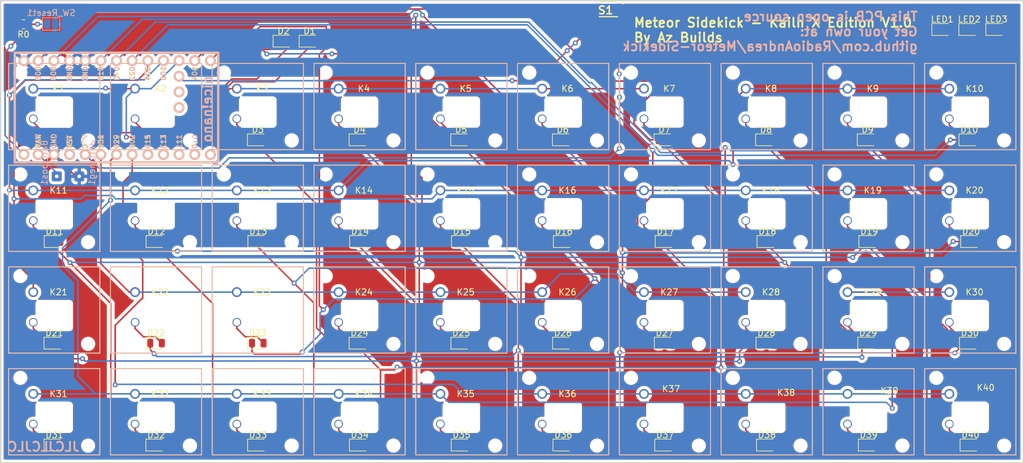
<source format=kicad_pcb>
(kicad_pcb (version 20211014) (generator pcbnew)
  (title_block (title "Meteor Sidekick") (date "2022-11-04") (rev "A") (company "Az Builts") (comment 1 "Ultra-thin wireless keyboard for large smartphones"))
  (layers (0 "F.Cu" signal) (31 "B.Cu" signal) (34 "B.Paste" user) (35 "F.Paste" user) (36 "B.SilkS" user "B.Silkscreen") (37 "F.SilkS" user "F.Silkscreen") (38 "B.Mask" user) (39 "F.Mask" user) (44 "Edge.Cuts" user))
  (net 0 "")
  (net 1 "/col_0")
  (net 2 "Net-(D1-Pad2)")
  (net 3 "Net-(D2-Pad2)")
  (net 4 "Net-(D3-Pad2)")
  (net 5 "Net-(D4-Pad2)")
  (net 6 "Net-(D5-Pad2)")
  (net 7 "/col_1")
  (net 8 "Net-(D7-Pad2)")
  (net 9 "Net-(D8-Pad2)")
  (net 10 "Net-(D9-Pad2)")
  (net 11 "Net-(D10-Pad2)")
  (net 12 "/col_2")
  (net 13 "Net-(D11-Pad2)")
  (net 14 "Net-(D13-Pad2)")
  (net 15 "Net-(D14-Pad2)")
  (net 16 "Net-(D15-Pad2)")
  (net 17 "/col_3")
  (net 18 "Net-(D16-Pad2)")
  (net 19 "Net-(D17-Pad2)")
  (net 20 "Net-(D19-Pad2)")
  (net 21 "Net-(D20-Pad2)")
  (net 22 "/col_4")
  (net 23 "Net-(D21-Pad2)")
  (net 24 "Net-(D22-Pad2)")
  (net 25 "Net-(D23-Pad2)")
  (net 26 "Net-(D25-Pad2)")
  (net 27 "/col_5")
  (net 28 "Net-(D26-Pad2)")
  (net 29 "Net-(D27-Pad2)")
  (net 30 "Net-(D28-Pad2)")
  (net 31 "Net-(D29-Pad2)")
  (net 32 "Net-(D30-Pad2)")
  (net 33 "/col_6")
  (net 34 "Net-(D32-Pad2)")
  (net 35 "Net-(D33-Pad2)")
  (net 36 "Net-(D34-Pad2)")
  (net 37 "Net-(D35-Pad2)")
  (net 38 "/GND")
  (net 39 "Net-(D36-Pad2)")
  (net 40 "Net-(D38-Pad2)")
  (net 41 "Net-(D39-Pad2)")
  (net 42 "Net-(D40-Pad2)")
  (net 43 "/row_4")
  (net 44 "/row_5")
  (net 45 "/row_0")
  (net 46 "/row_1")
  (net 47 "/row_2")
  (net 48 "/row_3")
  (net 49 "/RESET")
  (net 50 "/3.3V")
  (net 51 "/Batt +")
  (net 52 "/LED1")
  (net 53 "/LED2")
  (net 54 "/LED3")
  (net 55 "Net-(D6-Pad2)")
  (net 56 "Net-(D37-Pad2)")
  (net 57 "Net-(D31-Pad2)")
  (net 58 "Net-(D24-Pad2)")
  (net 59 "Net-(D18-Pad2)")
  (net 60 "Net-(D12-Pad2)")
  (net 62 "/SIDE_SWITCH")
  (footprint "Az-custom-parts:Kailh-PG1425-X-Switch" (layer "F.Cu") (at 49.07 84.268224)
    (fp_text reference "K32")
    (fp_text value "KEYSW")
  )
  (footprint "Diode_SMD:D_0805_2012Metric" (layer "F.Cu") (at 29.21 59.545)
    (fp_text reference "D11")
    (fp_text value "D")
  )
  (footprint "Diode_SMD:D_0805_2012Metric" (layer "F.Cu") (at 70.5825 27.03)
    (fp_text reference "D1")
    (fp_text value "D")
  )
  (footprint "Az-custom-parts:Kailh-PG1425-X-Switch" (layer "F.Cu") (at 164.702216 67.756612)
    (fp_text reference "K29")
    (fp_text value "KEYSW")
  )
  (footprint "Diode_SMD:D_0805_2012Metric" (layer "F.Cu") (at 95.2637 92.575)
    (fp_text reference "D35")
    (fp_text value "D")
  )
  (footprint "Diode_SMD:D_0805_2012Metric" (layer "F.Cu") (at 66.36 27.025)
    (fp_text reference "D2")
    (fp_text value "D")
  )
  (footprint "Diode_SMD:D_0805_2012Metric" (layer "F.Cu") (at 161.249256 76.035)
    (fp_text reference "D29")
    (fp_text value "D")
  )
  (footprint "Diode_SMD:D_0805_2012Metric" (layer "F.Cu") (at 62.2 43.035)
    (fp_text reference "D3")
    (fp_text value "D")
  )
  (footprint "Az-custom-parts:Kailh-PG1425-X-Switch" (layer "F.Cu") (at 98.626664 34.733388)
    (fp_text reference "K5")
    (fp_text value "KEYSW")
  )
  (footprint "Diode_SMD:D_0805_2012Metric" (layer "F.Cu") (at 95.209628 76.035)
    (fp_text reference "D25")
    (fp_text value "D")
  )
  (footprint "Az-custom-parts:Kailh-PG1425-X-Switch" (layer "F.Cu") (at 181.221104 51.245)
    (fp_text reference "K20")
    (fp_text value "KEYSW")
  )
  (footprint "Diode_SMD:D_0805_2012Metric" (layer "F.Cu") (at 144.818975 92.575)
    (fp_text reference "D38")
    (fp_text value "D")
  )
  (footprint "Diode_SMD:D_0805_2012Metric" (layer "F.Cu") (at 78.694642 43.035)
    (fp_text reference "D4")
    (fp_text value "D")
  )
  (footprint "Az-custom-parts:Kailh-PG1425-X-Switch" (layer "F.Cu") (at 65.588888 67.756612)
    (fp_text reference "K23")
    (fp_text value "KEYSW")
  )
  (footprint "Az-custom-parts:Kailh-PG1425-X-Switch" (layer "F.Cu") (at 131.66444 34.733388)
    (fp_text reference "K7")
    (fp_text value "KEYSW")
  )
  (footprint "Diode_SMD:D_0805_2012Metric" (layer "F.Cu") (at 128.30055 92.575)
    (fp_text reference "D37")
    (fp_text value "D")
  )
  (footprint "Az-custom-parts:Kailh-PG1425-X-Switch" (layer "F.Cu") (at 82.107776 51.245)
    (fp_text reference "K14")
    (fp_text value "KEYSW")
  )
  (footprint "Az-custom-parts:Kailh-PG1425-X-Switch" (layer "F.Cu") (at 115.145552 84.268224)
    (fp_text reference "K36")
    (fp_text value "KEYSW")
  )
  (footprint "Diode_SMD:D_0805_2012Metric" (layer "F.Cu") (at 45.679907 76.035)
    (fp_text reference "D22")
    (fp_text value "D")
  )
  (footprint "Diode_SMD:D_0805_2012Metric" (layer "F.Cu") (at 95.189284 43.035)
    (fp_text reference "D5")
    (fp_text value "D")
  )
  (footprint "Resistor_SMD:R_0805_2012Metric" (layer "F.Cu") (at 24.1575 24.285 180)
    (fp_text reference "R0")
    (fp_text value "R")
  )
  (footprint "Diode_SMD:D_0805_2012Metric" (layer "F.Cu") (at 78.790832 59.545)
    (fp_text reference "D14")
    (fp_text value "D")
  )
  (footprint "Az-custom-parts:Kailh-PG1425-X-Switch" (layer "F.Cu") (at 131.66444 51.245)
    (fp_text reference "K17")
    (fp_text value "KEYSW")
  )
  (footprint "Az-custom-parts:Kailh-PG1425-X-Switch" (layer "F.Cu") (at 49.07 34.733388)
    (fp_text reference "K2")
    (fp_text value "KEYSW")
  )
  (footprint "Az-custom-parts:Kailh-PG1425-X-Switch" (layer "F.Cu") (at 148.183328 34.733388)
    (fp_text reference "K8")
    (fp_text value "KEYSW")
  )
  (footprint "Az-custom-parts:Kailh-PG1425-X-Switch" (layer "F.Cu") (at 181.221104 67.756612)
    (fp_text reference "K30")
    (fp_text value "KEYSW")
  )
  (footprint "Diode_SMD:D_0805_2012Metric" (layer "F.Cu") (at 95.317776 59.545)
    (fp_text reference "D15")
    (fp_text value "D")
  )
  (footprint "Az-custom-parts:Kailh-PG1425-X-Switch" (layer "F.Cu") (at 181.221104 84.268224)
    (fp_text reference "K40")
    (fp_text value "KEYSW")
  )
  (footprint "Az-custom-parts:Kailh-PG1425-X-Switch" (layer "F.Cu") (at 32.551112 67.756612)
    (fp_text reference "K21")
    (fp_text value "KEYSW")
  )
  (footprint "Az-custom-parts:Kailh-PG1425-X-Switch" (layer "F.Cu") (at 82.107776 67.756612)
    (fp_text reference "K24")
    (fp_text value "KEYSW")
  )
  (footprint "Diode_SMD:D_0805_2012Metric" (layer "F.Cu") (at 111.683926 43.035)
    (fp_text reference "D6")
    (fp_text value "D")
  )
  (footprint "Az-custom-parts:Kailh-PG1425-X-Switch" (layer "F.Cu") (at 148.183328 84.268224)
    (fp_text reference "K38")
    (fp_text value "KEYSW")
  )
  (footprint "LED_SMD:LED_0805_2012Metric" (layer "F.Cu") (at 173.27 25.125)
    (fp_text reference "LED1")
    (fp_text value "LED")
  )
  (footprint "Diode_SMD:D_0805_2012Metric" (layer "F.Cu") (at 111.719535 76.035)
    (fp_text reference "D26")
    (fp_text value "D")
  )
  (footprint "Diode_SMD:D_0805_2012Metric" (layer "F.Cu") (at 144.67321 43.035)
    (fp_text reference "D8")
    (fp_text value "D")
  )
  (footprint "Diode_SMD:D_0805_2012Metric" (layer "F.Cu") (at 128.178568 43.035)
    (fp_text reference "D7")
    (fp_text value "D")
  )
  (footprint "Az-custom-parts:Kailh-PG1425-X-Switch" (layer "F.Cu") (at 164.702216 51.245)
    (fp_text reference "K19")
    (fp_text value "KEYSW")
  )
  (footprint "Az-custom-parts:Kailh-PG1425-X-Switch" (layer "F.Cu") (at 82.107776 34.733388)
    (fp_text reference "K4")
    (fp_text value "KEYSW")
  )
  (footprint "Diode_SMD:D_0805_2012Metric" (layer "F.Cu") (at 161.425552 59.545)
    (fp_text reference "D19")
    (fp_text value "D")
  )
  (footprint "Diode_SMD:D_0805_2012Metric" (layer "F.Cu") (at 177.855832 92.575)
    (fp_text reference "D40")
    (fp_text value "D")
  )
  (footprint "Az-custom-parts:Kailh-PG1425-X-Switch" (layer "F.Cu") (at 49.07 51.245)
    (fp_text reference "K12")
    (fp_text value "KEYSW")
  )
  (footprint "Diode_SMD:D_0805_2012Metric" (layer "F.Cu") (at 29.19 92.575)
    (fp_text reference "D31")
    (fp_text value "D")
  )
  (footprint "Diode_SMD:D_0805_2012Metric" (layer "F.Cu") (at 62.189814 76.035)
    (fp_text reference "D23")
    (fp_text value "D")
  )
  (footprint "Az-custom-parts:Kailh-PG1425-X-Switch" (layer "F.Cu") (at 65.588888 84.268224)
    (fp_text reference "K33")
    (fp_text value "KEYSW")
  )
  (footprint "B3U:B3U-1000P" (layer "F.Cu") (at 119.0925 21.805)
    (fp_text reference "S1")
    (fp_text value "B3U-3000P" hide)
  )
  (footprint "Az-custom-parts:Kailh-PG1425-X-Switch" (layer "F.Cu") (at 148.183328 67.756612)
    (fp_text reference "K28")
    (fp_text value "KEYSW")
  )
  (footprint "Az-custom-parts:Kailh-PG1425-X-Switch" (layer "F.Cu") (at 32.551112 34.733388)
    (fp_text reference "K1")
    (fp_text value "KEYSW")
  )
  (footprint "Az-custom-parts:Kailh-PG1425-X-Switch" (layer "F.Cu") (at 98.626664 67.756612)
    (fp_text reference "K25")
    (fp_text value "KEYSW")
  )
  (footprint "Diode_SMD:D_0805_2012Metric" (layer "F.Cu") (at 29.17 76.035)
    (fp_text reference "D21")
    (fp_text value "D")
  )
  (footprint "Diode_SMD:D_0805_2012Metric" (layer "F.Cu") (at 161.167852 43.035)
    (fp_text reference "D9")
    (fp_text value "D")
  )
  (footprint "Diode_SMD:D_0805_2012Metric" (layer "F.Cu") (at 128.371664 59.545)
    (fp_text reference "D17")
    (fp_text value "D")
  )
  (footprint "Az-custom-parts:Kailh-PG1425-X-Switch" (layer "F.Cu") (at 164.702216 84.268224)
    (fp_text reference "K39")
    (fp_text value "KEYSW")
  )
  (footprint "Diode_SMD:D_0805_2012Metric" (layer "F.Cu") (at 177.6625 43.035)
    (fp_text reference "D10")
    (fp_text value "D")
  )
  (footprint "LED_SMD:LED_0805_2012Metric" (layer "F.Cu") (at 182.0325 25.125)
    (fp_text reference "LED3")
    (fp_text value "LED")
  )
  (footprint "Diode_SMD:D_0805_2012Metric" (layer "F.Cu") (at 144.739349 76.035)
    (fp_text reference "D28")
    (fp_text value "D")
  )
  (footprint "Az-custom-parts:Kailh-PG1425-X-Switch" (layer "F.Cu") (at 32.551112 84.268224)
    (fp_text reference "K31")
    (fp_text value "KEYSW")
  )
  (footprint "Diode_SMD:D_0805_2012Metric" (layer "F.Cu") (at 62.22685 92.575)
    (fp_text reference "D33")
    (fp_text value "D")
  )
  (footprint "Az-custom-parts:Kailh-PG1425-X-Switch" (layer "F.Cu") (at 82.107776 84.268224)
    (fp_text reference "K34")
    (fp_text value "KEYSW")
  )
  (footprint "Az-custom-parts:Kailh-PG1425-X-Switch" (layer "F.Cu") (at 181.221104 34.733388)
    (fp_text reference "K10")
    (fp_text value "KEYSW")
  )
  (footprint "Diode_SMD:D_0805_2012Metric" (layer "F.Cu") (at 177.952498 59.545)
    (fp_text reference "D20")
    (fp_text value "D")
  )
  (footprint "Diode_SMD:D_0805_2012Metric" (layer "F.Cu") (at 128.229442 76.035)
    (fp_text reference "D27")
    (fp_text value "D")
  )
  (footprint "Diode_SMD:D_0805_2012Metric" (layer "F.Cu") (at 45.736944 59.545)
    (fp_text reference "D12")
    (fp_text value "D")
  )
  (footprint "Az-custom-parts:Kailh-PG1425-X-Switch" (layer "F.Cu") (at 98.626664 84.268224)
    (fp_text reference "K35")
    (fp_text value "KEYSW")
  )
  (footprint "Az-custom-parts:Kailh-PG1425-X-Switch" (layer "F.Cu") (at 131.66444 67.756612)
    (fp_text reference "K27")
    (fp_text value "KEYSW")
  )
  (footprint "Diode_SMD:D_0805_2012Metric" (layer "F.Cu") (at 62.263888 59.545)
    (fp_text reference "D13")
    (fp_text value "D")
  )
  (footprint "Az-custom-parts:Kailh-PG1425-X-Switch" (layer "F.Cu") (at 131.66444 84.268224)
    (fp_text reference "K37")
    (fp_text value "KEYSW")
  )
  (footprint "Diode_SMD:D_0805_2012Metric" (layer "F.Cu") (at 161.3374 92.575)
    (fp_text reference "D39")
    (fp_text value "D")
  )
  (footprint "Diode_SMD:D_0805_2012Metric" (layer "F.Cu") (at 78.745275 92.575)
    (fp_text reference "D34")
    (fp_text value "D")
  )
  (footprint "Az-custom-parts:Kailh-PG1425-X-Switch" (layer "F.Cu") (at 115.145552 34.733388)
    (fp_text reference "K6")
    (fp_text value "KEYSW")
  )
  (footprint "Diode_SMD:D_0805_2012Metric" (layer "F.Cu") (at 111.84472 59.545)
    (fp_text reference "D16")
    (fp_text value "D")
  )
  (footprint "Diode_SMD:D_0805_2012Metric" (layer "F.Cu") (at 177.759166 76.035)
    (fp_text reference "D30")
    (fp_text value "D")
  )
  (footprint "Diode_SMD:D_0805_2012Metric" (layer "F.Cu") (at 144.898608 59.545)
    (fp_text reference "D18")
    (fp_text value "D")
  )
  (footprint "Diode_SMD:D_0805_2012Metric" (layer "F.Cu") (at 78.699721 76.035)
    (fp_text reference "D24")
    (fp_text value "D")
  )
  (footprint "Az-custom-parts:Kailh-PG1425-X-Switch" (layer "F.Cu") (at 32.551112 51.245)
    (fp_text reference "K11")
    (fp_text value "KEYSW")
  )
  (footprint "Az-custom-parts:Kailh-PG1425-X-Switch" (layer "F.Cu") (at 65.588888 34.733388)
    (fp_text reference "K3")
    (fp_text value "KEYSW")
  )
  (footprint "Diode_SMD:D_0805_2012Metric" (layer "F.Cu") (at 45.708425 92.575)
    (fp_text reference "D32")
    (fp_text value "D")
  )
  (footprint "Diode_SMD:D_0805_2012Metric" (layer "F.Cu") (at 111.782125 92.575)
    (fp_text reference "D36")
    (fp_text value "D")
  )
  (footprint "Az-custom-parts:Kailh-PG1425-X-Switch" (layer "F.Cu") (at 148.183328 51.245)
    (fp_text reference "K18")
    (fp_text value "KEYSW")
  )
  (footprint "LED_SMD:LED_0805_2012Metric" (layer "F.Cu") (at 177.65125 25.125)
    (fp_text reference "LED2")
    (fp_text value "LED")
  )
  (footprint "Az-custom-parts:Kailh-PG1425-X-Switch" (layer "F.Cu") (at 115.145552 67.756612)
    (fp_text reference "K26")
    (fp_text value "KEYSW")
  )
  (footprint "Az-custom-parts:Kailh-PG1425-X-Switch" (layer "F.Cu") (at 164.702216 34.733388)
    (fp_text reference "K9")
    (fp_text value "KEYSW")
  )
  (footprint "Az-custom-parts:Kailh-PG1425-X-Switch" (layer "F.Cu") (at 115.145552 51.245)
    (fp_text reference "K16")
    (fp_text value "KEYSW")
  )
  (footprint "Az-custom-parts:Kailh-PG1425-X-Switch" (layer "F.Cu") (at 65.588888 51.245)
    (fp_text reference "K13")
    (fp_text value "KEYSW")
  )
  (footprint "Az-custom-parts:Kailh-PG1425-X-Switch" (layer "F.Cu") (at 98.626664 51.245)
    (fp_text reference "K15")
    (fp_text value "KEYSW")
  )
  (footprint "Az-custom-parts:Kailh-PG1425-X-Switch" (layer "F.Cu") (at 49.07 67.756612)
    (fp_text reference "K22")
    (fp_text value "KEYSW")
  )
  (footprint "Connector_Wire:SolderWire-0.1sqmm_1x01_D0.4mm_OD1mm" (layer "B.Cu") (at 29.56 48.965 180)
    (fp_text reference "Batt_pos1")
    (fp_text value "Conn_01x01")
  )
  (footprint "Connector_Wire:SolderWire-0.1sqmm_1x01_D0.4mm_OD1mm" (layer "B.Cu") (at 33.21 48.965 180)
    (fp_text reference "Batt_neg1")
    (fp_text value "Conn_01x01")
  )
  (footprint "nice-nano-kicad:nice_nano_v2" (layer "B.Cu") (at 40.53 37.805)
    (fp_text reference "U1" hide)
    (fp_text value "nice_nano_v2" hide)
  )
  (footprint "Jumper:SolderJumper-2_P1.3mm_Open_Pad1.0x1.5mm" (layer "B.Cu") (at 28.65 24.235 180)
    (fp_text reference "SW_Reset1")
    (fp_text value "SW_Reset1")
  )
  (gr_line locked (start 20.45 20.445) (end 186.45 20.445) (layer "Edge.Cuts") (width 0.2))
  (gr_line locked (start 20.45 95.445) (end 186.45 95.445) (layer "Edge.Cuts") (width 0.2))
  (gr_line locked (start 186.45 95.445) (end 186.45 20.445) (layer "Edge.Cuts") (width 0.2))
  (gr_line locked (start 20.45 95.445) (end 20.45 20.445) (layer "Edge.Cuts") (width 0.2))
  (gr_text "This PCB is open source\nGet your own at:\ngithub.com/RadioAndrea/Meteor-Sidekick" (at 169.46 25.455) (layer "B.SilkS") (effects (font (size 1.5 1.5) (thickness 0.3)) (justify left mirror)))
  (gr_text "JLCJLCJLC" (at 27.42 92.845) (layer "B.SilkS") (effects (font (size 1.5 1.5) (thickness 0.3)) (justify mirror)))
  (gr_text "Meteor Sidekick - Kailh X Edition V1.0\nBy Az Builds" (at 123.07 25.235) (layer "F.SilkS") (effects (font (size 1.5 1.5) (thickness 0.3)) (justify left)))
  (segment (start 109.35 92.575) (end 104.46 87.685) (width 0.25) (layer "F.Cu") (net 1))
  (segment (start 94.380276 59.545) (end 92.19 59.545) (width 0.25) (layer "F.Cu") (net 1))
  (segment (start 62.9 28.345) (end 61.43 28.345) (width 0.25) (layer "F.Cu") (net 1))
  (segment (start 104.46 77.215) (end 104.46 69.275) (width 0.25) (layer "F.Cu") (net 1))
  (segment (start 88.84 56.195) (end 88.84 55.855) (width 0.25) (layer "F.Cu") (net 1))
  (segment (start 44.742407 77.127407) (end 45.37 77.755) (width 0.25) (layer "F.Cu") (net 1))
  (segment (start 110.844625 92.575) (end 109.35 92.575) (width 0.25) (layer "F.Cu") (net 1))
  (segment (start 154.43 53.72929) (end 143.73571 43.035) (width 0.25) (layer "F.Cu") (net 1))
  (segment (start 88.84 49.207751) (end 87.1 47.467751) (width 0.25) (layer "F.Cu") (net 1))
  (segment (start 66.625 26) (end 66.4 26.225) (width 0.25) (layer "F.Cu") (net 1))
  (segment (start 160.24 78.3395) (end 160.24 76.106756) (width 0.25) (layer "F.Cu") (net 1))
  (segment (start 69.645 27.025) (end 68.62 26) (width 0.25) (layer "F.Cu") (net 1))
  (segment (start 154.43 70.633809) (end 154.43 53.72929) (width 0.25) (layer "F.Cu") (net 1))
  (segment (start 56.34 28.345) (end 54.5 30.185) (width 0.25) (layer "F.Cu") (net 1))
  (segment (start 92.19 59.545) (end 88.84 56.195) (width 0.25) (layer "F.Cu") (net 1))
  (segment (start 160.24 76.106756) (end 160.311756 76.035) (width 0.25) (layer "F.Cu") (net 1))
  (segment (start 66.4 26.225) (end 66.4 27.985) (width 0.25) (layer "F.Cu") (net 1))
  (segment (start 104.46 69.275) (end 94.73 59.545) (width 0.25) (layer "F.Cu") (net 1))
  (segment (start 66.04 28.345) (end 61.43 28.345) (width 0.25) (layer "F.Cu") (net 1))
  (segment (start 87.1 29.155) (end 87.02 29.075) (width 0.25) (layer "F.Cu") (net 1))
  (segment (start 68.62 26) (end 66.625 26) (width 0.25) (layer "F.Cu") (net 1))
  (segment (start 159.831191 76.035) (end 154.43 70.633809) (width 0.25) (layer "F.Cu") (net 1))
  (segment (start 63.65 29.095) (end 62.9 28.345) (width 0.25) (layer "F.Cu") (net 1))
  (segment (start 66.4 27.985) (end 66.04 28.345) (width 0.25) (layer "F.Cu") (net 1))
  (segment (start 104.46 87.685) (end 104.46 77.215) (width 0.25) (layer "F.Cu") (net 1))
  (segment (start 61.43 28.345) (end 56.34 28.345) (width 0.25) (layer "F.Cu") (net 1))
  (segment (start 87.1 47.467751) (end 87.1 29.155) (width 0.25) (layer "F.Cu") (net 1))
  (segment (start 88.84 55.855) (end 88.84 49.207751) (width 0.25) (layer "F.Cu") (net 1))
  (segment (start 87.02 29.075) (end 74.2 29.075) (width 0.25) (layer "F.Cu") (net 1))
  (segment (start 94.73 59.545) (end 94.380276 59.545) (width 0.25) (layer "F.Cu") (net 1))
  (segment (start 44.742407 76.035) (end 44.742407 77.127407) (width 0.25) (layer "F.Cu") (net 1))
  (segment (start 160.311756 76.035) (end 159.831191 76.035) (width 0.25) (layer "F.Cu") (net 1))
  (via (at 104.46 77.215) (size 0.8) (drill 0.4) (layers "F.Cu" "B.Cu") (net 1))
  (via (at 63.65 29.095) (size 0.8) (drill 0.4) (layers "F.Cu" "B.Cu") (net 1))
  (via (at 45.37 77.755) (size 0.8) (drill 0.4) (layers "F.Cu" "B.Cu") (net 1))
  (via (at 160.24 78.3395) (size 0.8) (drill 0.4) (layers "F.Cu" "B.Cu") (net 1))
  (via (at 74.2 29.075) (size 0.8) (drill 0.4) (layers "F.Cu" "B.Cu") (net 1))
  (segment (start 103.465 78.21) (end 104.46 77.215) (width 0.25) (layer "B.Cu") (net 1))
  (segment (start 105.515 78.27) (end 160.1705 78.27) (width 0.25) (layer "B.Cu") (net 1))
  (segment (start 63.67 29.075) (end 63.65 29.095) (width 0.25) (layer "B.Cu") (net 1))
  (segment (start 160.1705 78.27) (end 160.24 78.3395) (width 0.25) (layer "B.Cu") (net 1))
  (segment (start 104.46 77.215) (end 105.515 78.27) (width 0.25) (layer "B.Cu") (net 1))
  (segment (start 45.37 77.755) (end 45.825 78.21) (width 0.25) (layer "B.Cu") (net 1))
  (segment (start 74.2 29.075) (end 63.67 29.075) (width 0.25) (layer "B.Cu") (net 1))
  (segment (start 45.825 78.21) (end 103.465 78.21) (width 0.25) (layer "B.Cu") (net 1))
  (segment (start 64.936776 33.608224) (end 58.146776 33.608224) (width 0.25) (layer "F.Cu") (net 2))
  (segment (start 27.480262 41.905) (end 25.751104 40.175842) (width 0.25) (layer "F.Cu") (net 2))
  (segment (start 71.52 27.025) (end 64.936776 33.608224) (width 0.25) (layer "F.Cu") (net 2))
  (segment (start 49.88 41.875) (end 28.09 41.875) (width 0.25) (layer "F.Cu") (net 2))
  (segment (start 28.06 41.905) (end 27.480262 41.905) (width 0.25) (layer "F.Cu") (net 2))
  (segment (start 25.751104 40.175842) (end 25.751104 39.633224) (width 0.25) (layer "F.Cu") (net 2))
  (segment (start 28.09 41.875) (end 28.06 41.905) (width 0.25) (layer "F.Cu") (net 2))
  (segment (start 58.146776 33.608224) (end 49.88 41.875) (width 0.25) (layer "F.Cu") (net 2))
  (segment (start 67.2975 27.025) (end 67.2975 27.911104) (width 0.25) (layer "F.Cu") (net 3))
  (segment (start 67.2975 27.911104) (end 62.05038 33.158224) (width 0.25) (layer "F.Cu") (net 3))
  (segment (start 62.05038 33.158224) (end 57.96038 33.158224) (width 0.25) (layer "F.Cu") (net 3))
  (segment (start 49.693604 41.425) (end 43.51915 41.425) (width 0.25) (layer "F.Cu") (net 3))
  (segment (start 43.51915 41.425) (end 42.269992 40.175842) (width 0.25) (layer "F.Cu") (net 3))
  (segment (start 57.96038 33.158224) (end 49.693604 41.425) (width 0.25) (layer "F.Cu") (net 3))
  (segment (start 42.269992 40.175842) (end 42.269992 39.633224) (width 0.25) (layer "F.Cu") (net 3))
  (segment (start 60.175707 42.01) (end 62.1125 42.01) (width 0.25) (layer "F.Cu") (net 4))
  (segment (start 58.78888 40.623173) (end 60.175707 42.01) (width 0.25) (layer "F.Cu") (net 4))
  (segment (start 58.78888 39.633224) (end 58.78888 40.623173) (width 0.25) (layer "F.Cu") (net 4))
  (segment (start 62.1125 42.01) (end 63.1375 43.035) (width 0.25) (layer "F.Cu") (net 4))
  (segment (start 78.607142 42.01) (end 79.632142 43.035) (width 0.25) (layer "F.Cu") (net 5))
  (segment (start 76.694595 42.01) (end 78.607142 42.01) (width 0.25) (layer "F.Cu") (net 5))
  (segment (start 75.307768 40.623173) (end 76.694595 42.01) (width 0.25) (layer "F.Cu") (net 5))
  (segment (start 75.307768 39.633224) (end 75.307768 40.623173) (width 0.25) (layer "F.Cu") (net 5))
  (segment (start 91.826656 40.175842) (end 93.660814 42.01) (width 0.25) (layer "F.Cu") (net 6))
  (segment (start 93.660814 42.01) (end 95.101784 42.01) (width 0.25) (layer "F.Cu") (net 6))
  (segment (start 91.826656 39.633224) (end 91.826656 40.175842) (width 0.25) (layer "F.Cu") (net 6))
  (segment (start 95.101784 42.01) (end 96.126784 43.035) (width 0.25) (layer "F.Cu") (net 6))
  (segment (start 62.43 27.025) (end 61.31 25.905) (width 0.25) (layer "F.Cu") (net 7))
  (segment (start 120.93 88.185) (end 120.93 77.545) (width 0.25) (layer "F.Cu") (net 7))
  (segment (start 61.31 25.905) (end 56.24 25.905) (width 0.25) (layer "F.Cu") (net 7))
  (segment (start 171.23 70.914921) (end 171.23 54.034648) (width 0.25) (layer "F.Cu") (net 7))
  (segment (start 73.33 28.025) (end 73.33 24.665) (width 0.25) (layer "F.Cu") (net 7))
  (segment (start 72.18 29.175) (end 73.33 28.025) (width 0.25) (layer "F.Cu") (net 7))
  (segment (start 120.93 69.56778) (end 116.89361 65.53139) (width 0.25) (layer "F.Cu") (net 7))
  (segment (start 176.350079 76.035) (end 171.23 70.914921) (width 0.25) (layer "F.Cu") (net 7))
  (segment (start 56.24 25.905) (end 51.96 30.185) (width 0.25) (layer "F.Cu") (net 7))
  (segment (start 69.07 77.805) (end 69.39 77.485) (width 0.25) (layer "F.Cu") (net 7))
  (segment (start 62.55 24.665) (end 61.31 25.905) (width 0.25) (layer "F.Cu") (net 7))
  (segment (start 61.252314 76.035) (end 61.252314 77.417314) (width 0.25) (layer "F.Cu") (net 7))
  (segment (start 116.89361 65.53139) (end 110.90722 59.545) (width 0.25) (layer "F.Cu") (net 7))
  (segment (start 61.64 77.805) (end 69.07 77.805) (width 0.25) (layer "F.Cu") (net 7))
  (segment (start 120.93 77.545) (end 120.93 69.56778) (width 0.25) (layer "F.Cu") (net 7))
  (segment (start 176.821666 76.035) (end 176.350079 76.035) (width 0.25) (layer "F.Cu") (net 7))
  (segment (start 125.32 92.575) (end 120.93 88.185) (width 0.25) (layer "F.Cu") (net 7))
  (segment (start 72.182767 69.967767) (end 72.182767 30.627767) (width 0.25) (layer "F.Cu") (net 7))
  (segment (start 171.23 54.034648) (end 160.230352 43.035) (width 0.25) (layer "F.Cu") (net 7))
  (segment (start 127.36305 92.575) (end 125.32 92.575) (width 0.25) (layer "F.Cu") (net 7))
  (segment (start 72.18 30.625) (end 72.18 29.175) (width 0.25) (layer "F.Cu") (net 7))
  (segment (start 176.821666 76.113334) (end 175.32 77.615) (width 0.25) (layer "F.Cu") (net 7))
  (segment (start 61.252314 77.417314) (end 61.64 77.805) (width 0.25) (layer "F.Cu") (net 7))
  (segment (start 65.4225 27.025) (end 62.43 27.025) (width 0.25) (layer "F.Cu") (net 7))
  (segment (start 72.182767 30.627767) (end 72.18 30.625) (width 0.25) (layer "F.Cu") (net 7))
  (segment (start 72.82 70.605) (end 72.182767 69.967767) (width 0.25) (layer "F.Cu") (net 7))
  (segment (start 176.821666 76.035) (end 176.821666 76.113334) (width 0.25) (layer "F.Cu") (net 7))
  (segment (start 73.33 24.665) (end 62.55 24.665) (width 0.25) (layer "F.Cu") (net 7))
  (via (at 120.93 77.545) (size 0.8) (drill 0.4) (layers "F.Cu" "B.Cu") (net 7))
  (via (at 69.39 77.485) (size 0.8) (drill 0.4) (layers "F.Cu" "B.Cu") (net 7))
  (via (at 72.82 70.605) (size 0.8) (drill 0.4) (layers "F.Cu" "B.Cu") (net 7))
  (via (at 175.32 77.615) (size 0.8) (drill 0.4) (layers "F.Cu" "B.Cu") (net 7))
  (via (at 116.89361 65.53139) (size 0.8) (drill 0.4) (layers "F.Cu" "B.Cu") (net 7))
  (segment (start 113.543552 68.881448) (end 116.89361 65.53139) (width 0.25) (layer "B.Cu") (net 7))
  (segment (start 121 77.615) (end 120.93 77.545) (width 0.25) (layer "B.Cu") (net 7))
  (segment (start 72.82 70.605) (end 74.543552 68.881448) (width 0.25) (layer "B.Cu") (net 7))
  (segment (start 69.39 77.485) (end 72.3 74.575) (width 0.25) (layer "B.Cu") (net 7))
  (segment (start 72.3 71.125) (end 72.82 70.605) (width 0.25) (layer "B.Cu") (net 7))
  (segment (start 72.3 74.575) (end 72.3 72.365) (width 0.25) (layer "B.Cu") (net 7))
  (segment (start 72.3 72.365) (end 72.3 71.125) (width 0.25) (layer "B.Cu") (net 7))
  (segment (start 175.32 77.615) (end 121 77.615) (width 0.25) (layer "B.Cu") (net 7))
  (segment (start 74.543552 68.881448) (end 113.543552 68.881448) (width 0.25) (layer "B.Cu") (net 7))
  (segment (start 126.251259 42.01) (end 128.091068 42.01) (width 0.25) (layer "F.Cu") (net 8))
  (segment (start 128.091068 42.01) (end 129.116068 43.035) (width 0.25) (layer "F.Cu") (net 8))
  (segment (start 124.864432 39.633224) (end 124.864432 40.623173) (width 0.25) (layer "F.Cu") (net 8))
  (segment (start 124.864432 40.623173) (end 126.251259 42.01) (width 0.25) (layer "F.Cu") (net 8))
  (segment (start 141.38332 40.623173) (end 142.770147 42.01) (width 0.25) (layer "F.Cu") (net 9))
  (segment (start 142.770147 42.01) (end 144.58571 42.01) (width 0.25) (layer "F.Cu") (net 9))
  (segment (start 144.58571 42.01) (end 145.61071 43.035) (width 0.25) (layer "F.Cu") (net 9))
  (segment (start 141.38332 39.633224) (end 141.38332 40.623173) (width 0.25) (layer "F.Cu") (net 9))
  (segment (start 157.902208 39.633224) (end 157.902208 40.623173) (width 0.25) (layer "F.Cu") (net 10))
  (segment (start 157.902208 40.623173) (end 159.289035 42.01) (width 0.25) (layer "F.Cu") (net 10))
  (segment (start 159.289035 42.01) (end 161.080352 42.01) (width 0.25) (layer "F.Cu") (net 10))
  (segment (start 161.080352 42.01) (end 162.105352 43.035) (width 0.25) (layer "F.Cu") (net 10))
  (segment (start 174.421096 39.633224) (end 174.421096 40.623173) (width 0.25) (layer "F.Cu") (net 11))
  (segment (start 175.807923 42.01) (end 177.575 42.01) (width 0.25) (layer "F.Cu") (net 11))
  (segment (start 174.421096 40.623173) (end 175.807923 42.01) (width 0.25) (layer "F.Cu") (net 11))
  (segment (start 177.575 42.01) (end 178.6 43.035) (width 0.25) (layer "F.Cu") (net 11))
  (segment (start 28.25 94.085) (end 28.36 94.195) (width 0.25) (layer "F.Cu") (net 12))
  (segment (start 71.73 53.5025) (end 61.2625 43.035) (width 0.25) (layer "F.Cu") (net 12))
  (segment (start 123.839432 54.427546) (end 123.839432 57.024432) (width 0.25) (layer "F.Cu") (net 12))
  (segment (start 28.2525 92.575) (end 28.25 92.5775) (width 0.25) (layer "F.Cu") (net 12))
  (segment (start 79.74 94.195) (end 82.11 91.825) (width 0.25) (layer "F.Cu") (net 12))
  (segment (start 84.352221 80.382779) (end 84.81 79.925) (width 0.25) (layer "F.Cu") (net 12))
  (segment (start 126.3 44.735) (end 126.3 51.966978) (width 0.25) (layer "F.Cu") (net 12))
  (segment (start 137.36 79.985) (end 137.36 69.470836) (width 0.25) (layer "F.Cu") (net 12))
  (segment (start 74.21 76.035) (end 71.73 73.555) (width 0.25) (layer "F.Cu") (net 12))
  (segment (start 28.25 92.5775) (end 28.25 94.085) (width 0.25) (layer "F.Cu") (net 12))
  (segment (start 77.762221 76.035) (end 74.21 76.035) (width 0.25) (layer "F.Cu") (net 12))
  (segment (start 82.11 80.382779) (end 77.762221 76.035) (width 0.25) (layer "F.Cu") (net 12))
  (segment (start 28.36 94.195) (end 79.74 94.195) (width 0.25) (layer "F.Cu") (net 12))
  (segment (start 126.36 59.545) (end 127.434164 59.545) (width 0.25) (layer "F.Cu") (net 12))
  (segment (start 82.11 80.382779) (end 84.352221 80.382779) (width 0.25) (layer "F.Cu") (net 12))
  (segment (start 176.725 43.035) (end 174.61 43.035) (width 0.25) (layer "F.Cu") (net 12))
  (segment (start 82.11 91.825) (end 82.11 80.382779) (width 0.25) (layer "F.Cu") (net 12))
  (segment (start 137.36 69.470836) (end 127.434164 59.545) (width 0.25) (layer "F.Cu") (net 12))
  (segment (start 137.36 89.255) (end 137.36 79.985) (width 0.25) (layer "F.Cu") (net 12))
  (segment (start 174.61 43.035) (end 174.6 43.045) (width 0.25) (layer "F.Cu") (net 12))
  (segment (start 71.73 73.555) (end 71.73 53.5025) (width 0.25) (layer "F.Cu") (net 12))
  (segment (start 123.839432 57.024432) (end 126.36 59.545) (width 0.25) (layer "F.Cu") (net 12))
  (segment (start 143.881475 92.575) (end 140.68 92.575) (width 0.25) (layer "F.Cu") (net 12))
  (segment (start 126.3 51.966978) (end 123.839432 54.427546) (width 0.25) (layer "F.Cu") (net 12))
  (segment (start 140.68 92.575) (end 137.36 89.255) (width 0.25) (layer "F.Cu") (net 12))
  (via (at 126.3 44.735) (size 0.8) (drill 0.4) (layers "F.Cu" "B.Cu") (net 12))
  (via (at 137.36 79.985) (size 0.8) (drill 0.4) (layers "F.Cu" "B.Cu") (net 12))
  (via (at 84.81 79.925) (size 0.8) (drill 0.4) (layers "F.Cu" "B.Cu") (net 12))
  (via (at 174.6 43.045) (size 0.8) (drill 0.4) (layers "F.Cu" "B.Cu") (net 12))
  (segment (start 105.94 24.375) (end 126.3 44.735) (width 0.25) (layer "B.Cu") (net 12))
  (segment (start 127.12 45.555) (end 126.3 44.735) (width 0.25) (layer "B.Cu") (net 12))
  (segment (start 47.61 24.375) (end 105.94 24.375) (width 0.25) (layer "B.Cu") (net 12))
  (segment (start 41.8 30.185) (end 47.61 24.375) (width 0.25) (layer "B.Cu") (net 12))
  (segment (start 132.02 45.555) (end 127.12 45.555) (width 0.25) (layer "B.Cu") (net 12))
  (segment (start 174.6 43.045) (end 172.09 45.555) (width 0.25) (layer "B.Cu") (net 12))
  (segment (start 84.81 79.925) (end 84.87 79.985) (width 0.25) (layer "B.Cu") (net 12))
  (segment (start 84.87 79.985) (end 137.36 79.985) (width 0.25) (layer "B.Cu") (net 12))
  (segment (start 172.09 45.555) (end 132.02 45.555) (width 0.25) (layer "B.Cu") (net 12))
  (segment (start 25.751104 57.134785) (end 27.136319 58.52) (width 0.25) (layer "F.Cu") (net 13))
  (segment (start 29.1225 58.52) (end 30.1475 59.545) (width 0.25) (layer "F.Cu") (net 13))
  (segment (start 25.751104 56.144836) (end 25.751104 57.134785) (width 0.25) (layer "F.Cu") (net 13))
  (segment (start 27.136319 58.52) (end 29.1225 58.52) (width 0.25) (layer "F.Cu") (net 13))
  (segment (start 60.174095 58.52) (end 62.176388 58.52) (width 0.25) (layer "F.Cu") (net 14))
  (segment (start 62.176388 58.52) (end 63.201388 59.545) (width 0.25) (layer "F.Cu") (net 14))
  (segment (start 58.78888 57.134785) (end 60.174095 58.52) (width 0.25) (layer "F.Cu") (net 14))
  (segment (start 58.78888 56.144836) (end 58.78888 57.134785) (width 0.25) (layer "F.Cu") (net 14))
  (segment (start 78.703332 58.52) (end 79.728332 59.545) (width 0.25) (layer "F.Cu") (net 15))
  (segment (start 75.307768 56.144836) (end 75.307768 57.134785) (width 0.25) (layer "F.Cu") (net 15))
  (segment (start 76.692983 58.52) (end 78.703332 58.52) (width 0.25) (layer "F.Cu") (net 15))
  (segment (start 75.307768 57.134785) (end 76.692983 58.52) (width 0.25) (layer "F.Cu") (net 15))
  (segment (start 91.826656 56.144836) (end 91.826656 57.134785) (width 0.25) (layer "F.Cu") (net 16))
  (segment (start 93.211871 58.52) (end 95.230276 58.52) (width 0.25) (layer "F.Cu") (net 16))
  (segment (start 91.826656 57.134785) (end 93.211871 58.52) (width 0.25) (layer "F.Cu") (net 16))
  (segment (start 95.230276 58.52) (end 96.255276 59.545) (width 0.25) (layer "F.Cu") (net 16))
  (segment (start 31.69625 62.96875) (end 28.2725 59.545) (width 0.25) (layer "F.Cu") (net 17))
  (segment (start 153.98 69.193226) (end 144.331774 59.545) (width 0.25) (layer "F.Cu") (net 17))
  (segment (start 44.770925 92.575) (end 41.32 92.575) (width 0.25) (layer "F.Cu") (net 17))
  (segment (start 88.39 53.667858) (end 77.757142 43.035) (width 0.25) (layer "F.Cu") (net 17))
  (segment (start 143.931108 59.575) (end 143.961108 59.545) (width 0.25) (layer "F.Cu") (net 17))
  (segment (start 144.331774 59.545) (end 143.961108 59.545) (width 0.25) (layer "F.Cu") (net 17))
  (segment (start 138.26 53.417536) (end 138.26 56.135) (width 0.25) (layer "F.Cu") (net 17))
  (segment (start 156.84 92.575) (end 153.98 89.715) (width 0.25) (layer "F.Cu") (net 17))
  (segment (start 88.39 73.875) (end 88.39 62.925) (width 0.25) (layer "F.Cu") (net 17))
  (segment (start 41.32 92.575) (end 38.32 89.575) (width 0.25) (layer "F.Cu") (net 17))
  (segment (start 153.98 89.715) (end 153.98 69.193226) (width 0.25) (layer "F.Cu") (net 17))
  (segment (start 160.3999 92.575) (end 156.84 92.575) (width 0.25) (layer "F.Cu") (net 17))
  (segment (start 90.55 76.035) (end 88.39 73.875) (width 0.25) (layer "F.Cu") (net 17))
  (segment (start 138.26 56.135) (end 141.7 59.575) (width 0.25) (layer "F.Cu") (net 17))
  (segment (start 38.32 89.575) (end 38.32 69.5925) (width 0.25) (layer "F.Cu") (net 17))
  (segment (start 141.7 59.575) (end 143.931108 59.575) (width 0.25) (layer "F.Cu") (net 17))
  (segment (start 138.04 44.285) (end 138.04 53.197536) (width 0.25) (layer "F.Cu") (net 17))
  (segment (start 138.04 53.197536) (end 138.26 53.417536) (width 0.25) (layer "F.Cu") (net 17))
  (segment (start 38.32 69.5925) (end 31.69625 62.96875) (width 0.25) (layer "F.Cu") (net 17))
  (segment (start 94.272128 76.035) (end 90.55 76.035) (width 0.25) (layer "F.Cu") (net 17))
  (segment (start 88.39 62.925) (end 88.39 53.667858) (width 0.25) (layer "F.Cu") (net 17))
  (via (at 147.730887 62.944113) (size 0.8) (drill 0.4) (layers "F.Cu" "B.Cu") (net 17))
  (via (at 88.39 62.925) (size 0.8) (drill 0.4) (layers "F.Cu" "B.Cu") (net 17))
  (via (at 31.69625 62.96875) (size 0.8) (drill 0.4) (layers "F.Cu" "B.Cu") (net 17))
  (via (at 138.04 44.285) (size 0.8) (drill 0.4) (layers "F.Cu" "B.Cu") (net 17))
  (segment (start 88.409113 62.944113) (end 88.39 62.925) (width 0.25) (layer "B.Cu") (net 17))
  (segment (start 39.26 30.185) (end 45.52 23.925) (width 0.25) (layer "B.Cu") (net 17))
  (segment (start 127.18 44.745) (end 127.54 45.105) (width 0.25) (layer "B.Cu") (net 17))
  (segment (start 116.342107 33.751802) (end 127.18 44.589695) (width 0.25) (layer "B.Cu") (net 17))
  (segment (start 134.87 45.105) (end 137.22 45.105) (width 0.25) (layer "B.Cu") (net 17))
  (segment (start 137.22 45.105) (end 138.04 44.285) (width 0.25) (layer "B.Cu") (net 17))
  (segment (start 31.74 62.925) (end 31.69625 62.96875) (width 0.25) (layer "B.Cu") (net 17))
  (segment (start 127.54 45.105) (end 134.87 45.105) (width 0.25) (layer "B.Cu") (net 17))
  (segment (start 45.52 23.925) (end 50.68 23.925) (width 0.25) (layer "B.Cu") (net 17))
  (segment (start 147.730887 62.944113) (end 88.409113 62.944113) (width 0.25) (layer "B.Cu") (net 17))
  (segment (start 115.953198 33.751802) (end 116.342107 33.751802) (width 0.25) (layer "B.Cu") (net 17))
  (segment (start 106.126396 23.925) (end 115.953198 33.751802) (width 0.25) (layer "B.Cu") (net 17))
  (segment (start 75.71 23.925) (end 106.126396 23.925) (width 0.25) (layer "B.Cu") (net 17))
  (segment (start 88.39 62.925) (end 31.74 62.925) (width 0.25) (layer "B.Cu") (net 17))
  (segment (start 50.68 23.925) (end 75.71 23.925) (width 0.25) (layer "B.Cu") (net 17))
  (segment (start 127.18 44.589695) (end 127.18 44.745) (width 0.25) (layer "B.Cu") (net 17))
  (segment (start 108.345544 57.134785) (end 109.730759 58.52) (width 0.25) (layer "F.Cu") (net 18))
  (segment (start 108.345544 56.144836) (end 108.345544 57.134785) (width 0.25) (layer "F.Cu") (net 18))
  (segment (start 111.75722 58.52) (end 112.78222 59.545) (width 0.25) (layer "F.Cu") (net 18))
  (segment (start 109.730759 58.52) (end 111.75722 58.52) (width 0.25) (layer "F.Cu") (net 18))
  (segment (start 128.284164 58.52) (end 129.309164 59.545) (width 0.25) (layer "F.Cu") (net 19))
  (segment (start 124.864432 56.144836) (end 124.864432 57.134785) (width 0.25) (layer "F.Cu") (net 19))
  (segment (start 126.249647 58.52) (end 128.284164 58.52) (width 0.25) (layer "F.Cu") (net 19))
  (segment (start 124.864432 57.134785) (end 126.249647 58.52) (width 0.25) (layer "F.Cu") (net 19))
  (segment (start 159.287423 58.52) (end 161.338052 58.52) (width 0.25) (layer "F.Cu") (net 20))
  (segment (start 157.902208 57.134785) (end 159.287423 58.52) (width 0.25) (layer "F.Cu") (net 20))
  (segment (start 157.902208 56.144836) (end 157.902208 57.134785) (width 0.25) (layer "F.Cu") (net 20))
  (segment (start 161.338052 58.52) (end 162.363052 59.545) (width 0.25) (layer "F.Cu") (net 20))
  (segment (start 174.421096 56.144836) (end 174.421096 57.134785) (width 0.25) (layer "F.Cu") (net 21))
  (segment (start 175.641311 58.355) (end 177.699998 58.355) (width 0.25) (layer "F.Cu") (net 21))
  (segment (start 177.699998 58.355) (end 178.889998 59.545) (width 0.25) (layer "F.Cu") (net 21))
  (segment (start 174.421096 57.134785) (end 175.641311 58.355) (width 0.25) (layer "F.Cu") (net 21))
  (segment (start 93.73 43.035) (end 94.251784 43.035) (width 0.25) (layer "F.Cu") (net 22))
  (segment (start 104.91 71.735) (end 104.91 62.105) (width 0.25) (layer "F.Cu") (net 22))
  (segment (start 176.918332 92.575) (end 174.05 92.575) (width 0.25) (layer "F.Cu") (net 22))
  (segment (start 104.91 62.105) (end 104.91 53.693216) (width 0.25) (layer "F.Cu") (net 22))
  (segment (start 160.488052 60.381448) (end 158.74 62.1295) (width 0.25) (layer "F.Cu") (net 22))
  (segment (start 110.782035 76.035) (end 109.21 76.035) (width 0.25) (layer "F.Cu") (net 22))
  (segment (start 170.78 89.305) (end 170.78 69.836948) (width 0.25) (layer "F.Cu") (net 22))
  (segment (start 104.91 53.693216) (end 94.251784 43.035) (width 0.25) (layer "F.Cu") (net 22))
  (segment (start 46.524722 61.270278) (end 44.799444 59.545) (width 0.25) (layer "F.Cu") (net 22))
  (segment (start 60.736251 92.585) (end 56.92 92.585) (width 0.25) (layer "F.Cu") (net 22))
  (segment (start 56.92 92.585) (end 54.85 90.515) (width 0.25) (layer "F.Cu") (net 22))
  (segment (start 87.83 22.805) (end 87.83 37.135) (width 0.25) (layer "F.Cu") (net 22))
  (segment (start 174.05 92.575) (end 170.78 89.305) (width 0.25) (layer "F.Cu") (net 22))
  (segment (start 60.746251 92.575) (end 60.736251 92.585) (width 0.25) (layer "F.Cu") (net 22))
  (segment (start 46.524722 61.270278) (end 46.69 61.105) (width 0.25) (layer "F.Cu") (net 22))
  (segment (start 54.85 69.595556) (end 46.524722 61.270278) (width 0.25) (layer "F.Cu") (net 22))
  (segment (start 61.28935 92.575) (end 60.746251 92.575) (width 0.25) (layer "F.Cu") (net 22))
  (segment (start 160.488052 59.545) (end 160.488052 60.381448) (width 0.25) (layer "F.Cu") (net 22))
  (segment (start 54.85 90.515) (end 54.85 69.595556) (width 0.25) (layer "F.Cu") (net 22))
  (segment (start 170.78 69.836948) (end 160.488052 59.545) (width 0.25) (layer "F.Cu") (net 22))
  (segment (start 46.69 61.105) (end 49.14 61.105) (width 0.25) (layer "F.Cu") (net 22))
  (segment (start 109.21 76.035) (end 104.91 71.735) (width 0.25) (layer "F.Cu") (net 22))
  (segment (start 87.83 37.135) (end 93.73 43.035) (width 0.25) (layer "F.Cu") (net 22))
  (via (at 158.74 62.1295) (size 0.8) (drill 0.4) (layers "F.Cu" "B.Cu") (net 22))
  (via (at 49.14 61.105) (size 0.8) (drill 0.4) (layers "F.Cu" "B.Cu") (net 22))
  (via (at 87.83 22.805) (size 0.8) (drill 0.4) (layers "F.Cu" "B.Cu") (net 22))
  (via (at 104.91 62.105) (size 0.8) (drill 0.4) (layers "F.Cu" "B.Cu") (net 22))
  (segment (start 87.16 23.475) (end 87.83 22.805) (width 0.25) (layer "B.Cu") (net 22))
  (segment (start 43.43 23.475) (end 47.08 23.475) (width 0.25) (layer "B.Cu") (net 22))
  (segment (start 49.14 61.105) (end 103.91 61.105) (width 0.25) (layer "B.Cu") (net 22))
  (segment (start 158.7155 62.105) (end 104.91 62.105) (width 0.25) (layer "B.Cu") (net 22))
  (segment (start 158.74 62.1295) (end 158.7155 62.105) (width 0.25) (layer "B.Cu") (net 22))
  (segment (start 47.08 23.475) (end 87.16 23.475) (width 0.25) (layer "B.Cu") (net 22))
  (segment (start 36.72 30.185) (end 43.43 23.475) (width 0.25) (layer "B.Cu") (net 22))
  (segment (start 103.91 61.105) (end 104.91 62.105) (width 0.25) (layer "B.Cu") (net 22))
  (segment (start 29.0825 75.01) (end 30.1075 76.035) (width 0.25) (layer "F.Cu") (net 23))
  (segment (start 25.751104 73.646397) (end 27.114707 75.01) (width 0.25) (layer "F.Cu") (net 23))
  (segment (start 27.114707 75.01) (end 29.0825 75.01) (width 0.25) (layer "F.Cu") (net 23))
  (segment (start 25.751104 72.656448) (end 25.751104 73.646397) (width 0.25) (layer "F.Cu") (net 23))
  (segment (start 43.633595 75.01) (end 45.592407 75.01) (width 0.25) (layer "F.Cu") (net 24))
  (segment (start 45.592407 75.01) (end 46.617407 76.035) (width 0.25) (layer "F.Cu") (net 24))
  (segment (start 42.269992 72.656448) (end 42.269992 73.646397) (width 0.25) (layer "F.Cu") (net 24))
  (segment (start 42.269992 73.646397) (end 43.633595 75.01) (width 0.25) (layer "F.Cu") (net 24))
  (segment (start 58.78888 73.646397) (end 60.147483 75.005) (width 0.25) (layer "F.Cu") (net 25))
  (segment (start 62.097314 75.005) (end 63.127314 76.035) (width 0.25) (layer "F.Cu") (net 25))
  (segment (start 58.78888 72.656448) (end 58.78888 73.646397) (width 0.25) (layer "F.Cu") (net 25))
  (segment (start 60.147483 75.005) (end 62.097314 75.005) (width 0.25) (layer "F.Cu") (net 25))
  (segment (start 91.826656 72.656448) (end 91.826656 73.646397) (width 0.25) (layer "F.Cu") (net 26))
  (segment (start 95.122128 75.01) (end 96.147128 76.035) (width 0.25) (layer "F.Cu") (net 26))
  (segment (start 91.826656 73.646397) (end 93.190259 75.01) (width 0.25) (layer "F.Cu") (net 26))
  (segment (start 93.190259 75.01) (end 95.122128 75.01) (width 0.25) (layer "F.Cu") (net 26))
  (segment (start 175.07 59.545) (end 175.04 59.515) (width 0.25) (layer "F.Cu") (net 27))
  (segment (start 121.38 72.435) (end 121.38 61.345) (width 0.25) (layer "F.Cu") (net 27))
  (segment (start 121.38 53.668574) (end 110.746426 43.035) (width 0.25) (layer "F.Cu") (net 27))
  (segment (start 74.82 92.575) (end 71.28 89.035) (width 0.25) (layer "F.Cu") (net 27))
  (segment (start 121.38 61.345) (end 121.38 53.668574) (width 0.25) (layer "F.Cu") (net 27))
  (segment (start 71.28 69.498612) (end 68.083194 66.301806) (width 0.25) (layer "F.Cu") (net 27))
  (segment (start 77.807775 92.575) (end 74.82 92.575) (width 0.25) (layer "F.Cu") (net 27))
  (segment (start 109.15 43.035) (end 110.746426 43.035) (width 0.25) (layer "F.Cu") (net 27))
  (segment (start 124.98 76.035) (end 121.38 72.435) (width 0.25) (layer "F.Cu") (net 27))
  (segment (start 177.014998 59.545) (end 175.07 59.545) (width 0.25) (layer "F.Cu") (net 27))
  (segment (start 88.92 22.805) (end 109.15 43.035) (width 0.25) (layer "F.Cu") (net 27))
  (segment (start 127.291942 76.035) (end 124.98 76.035) (width 0.25) (layer "F.Cu") (net 27))
  (segment (start 71.28 89.035) (end 71.28 69.498612) (width 0.25) (layer "F.Cu") (net 27))
  (segment (start 68.083194 66.301806) (end 61.326388 59.545) (width 0.25) (layer "F.Cu") (net 27))
  (via (at 88.92 22.805) (size 0.8) (drill 0.4) (layers "F.Cu" "B.Cu") (net 27))
  (via (at 121.38 64.635) (size 0.8) (drill 0.4) (layers "F.Cu" "B.Cu") (net 27))
  (via (at 121.38 61.345) (size 0.8) (drill 0.4) (layers "F.Cu" "B.Cu") (net 27))
  (via (at 68.083194 66.301806) (size 0.8) (drill 0.4) (layers "F.Cu" "B.Cu") (net 27))
  (via (at 175.04 59.515) (size 0.8) (drill 0.4) (layers "F.Cu" "B.Cu") (net 27))
  (segment (start 120.62 63.875) (end 70.5 63.875) (width 0.25) (layer "B.Cu") (net 27))
  (segment (start 87.4 22.085) (end 87.46 22.025) (width 0.25) (layer "B.Cu") (net 27))
  (segment (start 87.46 22.025) (end 88.38 22.025) (width 0.25) (layer "B.Cu") (net 27))
  (segment (start 86.46 23.025) (end 87.4 22.085) (width 0.25) (layer "B.Cu") (net 27))
  (segment (start 121.44 61.405) (end 121.38 61.345) (width 0.25) (layer "B.Cu") (net 27))
  (segment (start 44.8 23.025) (end 79.93 23.025) (width 0.25) (layer "B.Cu") (net 27))
  (segment (start 88.92 22.565) (end 88.92 22.805) (width 0.25) (layer "B.Cu") (net 27))
  (segment (start 79.93 23.025) (end 86.46 23.025) (width 0.25) (layer "B.Cu") (net 27))
  (segment (start 68.083194 66.291806) (end 68.083194 66.301806) (width 0.25) (layer "B.Cu") (net 27))
  (segment (start 121.38 64.635) (end 120.62 63.875) (width 0.25) (layer "B.Cu") (net 27))
  (segment (start 36.26 23.025) (end 29.1 30.185) (width 0.25) (layer "B.Cu") (net 27))
  (segment (start 88.38 22.025) (end 88.92 22.565) (width 0.25) (layer "B.Cu") (net 27))
  (segment (start 44.8 23.025) (end 36.26 23.025) (width 0.25) (layer "B.Cu") (net 27))
  (segment (start 70.5 63.875) (end 68.083194 66.291806) (width 0.25) (layer "B.Cu") (net 27))
  (segment (start 173.15 61.405) (end 121.44 61.405) (width 0.25) (layer "B.Cu") (net 27))
  (segment (start 175.04 59.515) (end 173.15 61.405) (width 0.25) (layer "B.Cu") (net 27))
  (segment (start 111.632035 75.01) (end 112.657035 76.035) (width 0.25) (layer "F.Cu") (net 28))
  (segment (start 108.345544 72.656448) (end 108.345544 73.199066) (width 0.25) (layer "F.Cu") (net 28))
  (segment (start 108.345544 73.199066) (end 110.156478 75.01) (width 0.25) (layer "F.Cu") (net 28))
  (segment (start 110.156478 75.01) (end 111.632035 75.01) (width 0.25) (layer "F.Cu") (net 28))
  (segment (start 124.864432 72.656448) (end 124.864432 73.646397) (width 0.25) (layer "F.Cu") (net 29))
  (segment (start 126.228035 75.01) (end 128.141942 75.01) (width 0.25) (layer "F.Cu") (net 29))
  (segment (start 128.141942 75.01) (end 129.166942 76.035) (width 0.25) (layer "F.Cu") (net 29))
  (segment (start 124.864432 73.646397) (end 126.228035 75.01) (width 0.25) (layer "F.Cu") (net 29))
  (segment (start 142.746923 75.01) (end 144.651849 75.01) (width 0.25) (layer "F.Cu") (net 30))
  (segment (start 141.38332 72.656448) (end 141.38332 73.646397) (width 0.25) (layer "F.Cu") (net 30))
  (segment (start 144.651849 75.01) (end 145.676849 76.035) (width 0.25) (layer "F.Cu") (net 30))
  (segment (start 141.38332 73.646397) (end 142.746923 75.01) (width 0.25) (layer "F.Cu") (net 30))
  (segment (start 159.713142 75.01) (end 161.161756 75.01) (width 0.25) (layer "F.Cu") (net 31))
  (segment (start 157.902208 73.199066) (end 159.713142 75.01) (width 0.25) (layer "F.Cu") (net 31))
  (segment (start 157.902208 72.656448) (end 157.902208 73.199066) (width 0.25) (layer "F.Cu") (net 31))
  (segment (start 161.161756 75.01) (end 162.186756 76.035) (width 0.25) (layer "F.Cu") (net 31))
  (segment (start 174.421096 72.656448) (end 174.421096 73.386096) (width 0.25) (layer "F.Cu") (net 32))
  (segment (start 177.671666 75.01) (end 178.696666 76.035) (width 0.25) (layer "F.Cu") (net 32))
  (segment (start 174.421096 73.386096) (end 176.045 75.01) (width 0.25) (layer "F.Cu") (net 32))
  (segment (start 176.045 75.01) (end 177.671666 75.01) (width 0.25) (layer "F.Cu") (net 32))
  (segment (start 94.3262 92.575) (end 93.784027 92.575) (width 0.25) (layer "F.Cu") (net 33))
  (segment (start 106.65 21.805) (end 118.35 33.505) (width 0.25) (layer "F.Cu") (net 33))
  (segment (start 125.85 33.505) (end 126.3 33.955) (width 0.25) (layer "F.Cu") (net 33))
  (segment (start 34.94 21.805) (end 106.65 21.805) (width 0.25) (layer "F.Cu") (net 33))
  (segment (start 126.3 35.415) (end 123.25 38.465) (width 0.25) (layer "F.Cu") (net 33))
  (segment (start 137.81 53.603932) (end 127.241068 43.035) (width 0.25) (layer "F.Cu") (net 33))
  (segment (start 93.774027 92.585) (end 91.44 92.585) (width 0.25) (layer "F.Cu") (net 33))
  (segment (start 141.74 76.035) (end 137.81 72.105) (width 0.25) (layer "F.Cu") (net 33))
  (segment (start 87.94 69.631668) (end 77.853332 59.545) (width 0.25) (layer "F.Cu") (net 33))
  (segment (start 91.44 92.585) (end 87.94 89.085) (width 0.25) (layer "F.Cu") (net 33))
  (segment (start 143.801849 76.035) (end 141.74 76.035) (width 0.25) (layer "F.Cu") (net 33))
  (segment (start 26.56 30.185) (end 34.94 21.805) (width 0.25) (layer "F.Cu") (net 33))
  (segment (start 137.81 72.105) (end 137.81 53.603932) (width 0.25) (layer "F.Cu") (net 33))
  (segment (start 123.25 40.445) (end 125.84 43.035) (width 0.25) (layer "F.Cu") (net 33))
  (segment (start 123.25 38.465) (end 123.25 40.445) (width 0.25) (layer "F.Cu") (net 33))
  (segment (start 125.84 43.035) (end 127.241068 43.035) (width 0.25) (layer "F.Cu") (net 33))
  (segment (start 141.74 76.035) (end 140.38 77.395) (width 0.25) (layer "F.Cu") (net 33))
  (segment (start 87.94 89.085) (end 87.94 69.631668) (width 0.25) (layer "F.Cu") (net 33))
  (segment (start 118.35 33.505) (end 125.85 33.505) (width 0.25) (layer "F.Cu") (net 33))
  (segment (start 28.2325 76.035) (end 30.7625 78.565) (width 0.25) (layer "F.Cu") (net 33))
  (segment (start 93.784027 92.575) (end 93.774027 92.585) (width 0.25) (layer "F.Cu") (net 33))
  (segment (start 30.7625 78.565) (end 33.73 78.565) (width 0.25) (layer "F.Cu") (net 33))
  (segment (start 140.38 77.395) (end 140.38 79.005) (width 0.25) (layer "F.Cu") (net 33))
  (segment (start 126.3 33.955) (end 126.3 35.415) (width 0.25) (layer "F.Cu") (net 33))
  (via (at 33.73 78.565) (size 0.8) (drill 0.4) (layers "F.Cu" "B.Cu") (net 33))
  (via (at 87.94 78.9345) (size 0.8) (drill 0.4) (layers "F.Cu" "B.Cu") (net 33))
  (via (at 140.38 79.005) (size 0.8) (drill 0.4) (layers "F.Cu" "B.Cu") (net 33))
  (segment (start 33.73 78.565) (end 34.0995 78.9345) (width 0.25) (layer "B.Cu") (net 33))
  (segment (start 34.0995 78.9345) (end 87.94 78.9345) (width 0.25) (layer "B.Cu") (net 33))
  (segment (start 140.38 79.005) (end 88.0105 79.005) (width 0.25) (layer "B.Cu") (net 33))
  (segment (start 88.0105 79.005) (end 87.94 78.9345) (width 0.25) (layer "B.Cu") (net 33))
  (segment (start 45.620925 91.55) (end 46.645925 92.575) (width 0.25) (layer "F.Cu") (net 34))
  (segment (start 43.661983 91.55) (end 45.620925 91.55) (width 0.25) (layer "F.Cu") (net 34))
  (segment (start 42.269992 89.16806) (end 42.269992 90.158009) (width 0.25) (layer "F.Cu") (net 34))
  (segment (start 42.269992 90.158009) (end 43.661983 91.55) (width 0.25) (layer "F.Cu") (net 34))
  (segment (start 62.13935 91.55) (end 63.16435 92.575) (width 0.25) (layer "F.Cu") (net 35))
  (segment (start 60.180871 91.55) (end 62.13935 91.55) (width 0.25) (layer "F.Cu") (net 35))
  (segment (start 58.78888 90.158009) (end 60.180871 91.55) (width 0.25) (layer "F.Cu") (net 35))
  (segment (start 58.78888 89.16806) (end 58.78888 90.158009) (width 0.25) (layer "F.Cu") (net 35))
  (segment (start 75.307768 90.158009) (end 76.699759 91.55) (width 0.25) (layer "F.Cu") (net 36))
  (segment (start 76.699759 91.55) (end 78.657775 91.55) (width 0.25) (layer "F.Cu") (net 36))
  (segment (start 78.657775 91.55) (end 79.682775 92.575) (width 0.25) (layer "F.Cu") (net 36))
  (segment (start 75.307768 89.16806) (end 75.307768 90.158009) (width 0.25) (layer "F.Cu") (net 36))
  (segment (start 95.1712 91.545) (end 96.2012 92.575) (width 0.25) (layer "F.Cu") (net 37))
  (segment (start 91.826656 89.16806) (end 91.826656 90.158009) (width 0.25) (layer "F.Cu") (net 37))
  (segment (start 91.826656 90.158009) (end 93.213647 91.545) (width 0.25) (layer "F.Cu") (net 37))
  (segment (start 93.213647 91.545) (end 95.1712 91.545) (width 0.25) (layer "F.Cu") (net 37))
  (segment (start 32.64 48.965) (end 29.1 45.425) (width 0.25) (layer "F.Cu") (net 38))
  (segment (start 33.21 48.965) (end 32.64 48.965) (width 0.25) (layer "F.Cu") (net 38))
  (segment (start 29.3 25.135) (end 24.23 30.205) (width 0.25) (layer "B.Cu") (net 38))
  (segment (start 29.3 24.235) (end 29.3 25.135) (width 0.25) (layer "B.Cu") (net 38))
  (segment (start 111.694625 91.55) (end 112.719625 92.575) (width 0.25) (layer "F.Cu") (net 39))
  (segment (start 109.737535 91.55) (end 111.694625 91.55) (width 0.25) (layer "F.Cu") (net 39))
  (segment (start 108.345544 89.16806) (end 108.345544 90.158009) (width 0.25) (layer "F.Cu") (net 39))
  (segment (start 108.345544 90.158009) (end 109.737535 91.55) (width 0.25) (layer "F.Cu") (net 39))
  (segment (start 144.731475 91.55) (end 145.756475 92.575) (width 0.25) (layer "F.Cu") (net 40))
  (segment (start 141.38332 89.16806) (end 141.38332 90.158009) (width 0.25) (layer "F.Cu") (net 40))
  (segment (start 142.775311 91.55) (end 144.731475 91.55) (width 0.25) (layer "F.Cu") (net 40))
  (segment (start 141.38332 90.158009) (end 142.775311 91.55) (width 0.25) (layer "F.Cu") (net 40))
  (segment (start 157.902208 90.158009) (end 159.294199 91.55) (width 0.25) (layer "F.Cu") (net 41))
  (segment (start 161.2499 91.55) (end 162.2749 92.575) (width 0.25) (layer "F.Cu") (net 41))
  (segment (start 157.902208 89.16806) (end 157.902208 90.158009) (width 0.25) (layer "F.Cu") (net 41))
  (segment (start 159.294199 91.55) (end 161.2499 91.55) (width 0.25) (layer "F.Cu") (net 41))
  (segment (start 174.421096 90.158009) (end 175.813087 91.55) (width 0.25) (layer "F.Cu") (net 42))
  (segment (start 177.768332 91.55) (end 178.793332 92.575) (width 0.25) (layer "F.Cu") (net 42))
  (segment (start 174.421096 89.16806) (end 174.421096 90.158009) (width 0.25) (layer "F.Cu") (net 42))
  (segment (start 175.813087 91.55) (end 177.768332 91.55) (width 0.25) (layer "F.Cu") (net 42))
  (segment (start 38.29 52.825) (end 38.29 46.395) (width 0.25) (layer "F.Cu") (net 43))
  (segment (start 162.921448 67.756448) (end 157.902208 67.756448) (width 0.25) (layer "F.Cu") (net 43))
  (segment (start 165.16 86.595) (end 165.16 69.995) (width 0.25) (layer "F.Cu") (net 43))
  (segment (start 38.29 46.395) (end 39.26 45.425) (width 0.25) (layer "F.Cu") (net 43))
  (segment (start 165.16 69.995) (end 162.921448 67.756448) (width 0.25) (layer "F.Cu") (net 43))
  (via (at 165.16 86.595) (size 0.8) (drill 0.4) (layers "F.Cu" "B.Cu") (net 43))
  (via (at 38.29 52.825) (size 0.8) (drill 0.4) (layers "F.Cu" "B.Cu") (net 43))
  (segment (start 94.04 85.643224) (end 163.05 85.643224) (width 0.25) (layer "B.Cu") (net 43))
  (segment (start 157.902208 67.756448) (end 174.421096 67.756448) (width 0.25) (layer "B.Cu") (net 43))
  (segment (start 30.5 63.435) (end 30.5 60.615) (width 0.25) (layer "B.Cu") (net 43))
  (segment (start 164.208224 85.643224) (end 165.16 86.595) (width 0.25) (layer "B.Cu") (net 43))
  (segment (start 163.05 85.643224) (end 164.208224 85.643224) (width 0.25) (layer "B.Cu") (net 43))
  (segment (start 30.5 60.615) (end 38.29 52.825) (width 0.25) (layer "B.Cu") (net 43))
  (segment (start 75.307768 84.26806) (end 91.826656 84.26806) (width 0.25) (layer "B.Cu") (net 43))
  (segment (start 91.826656 84.26806) (end 93.20182 85.643224) (width 0.25) (layer "B.Cu") (net 43))
  (segment (start 58.78888 84.26806) (end 75.307768 84.26806) (width 0.25) (layer "B.Cu") (net 43))
  (segment (start 35.88694 84.26806) (end 33.005 81.38612) (width 0.25) (layer "B.Cu") (net 43))
  (segment (start 42.269992 84.26806) (end 58.78888 84.26806) (width 0.25) (layer "B.Cu") (net 43))
  (segment (start 25.751104 84.26806) (end 42.269992 84.26806) (width 0.25) (layer "B.Cu") (net 43))
  (segment (start 33.005 81.38612) (end 33.005 65.94) (width 0.25) (layer "B.Cu") (net 43))
  (segment (start 33.005 65.94) (end 30.5 63.435) (width 0.25) (layer "B.Cu") (net 43))
  (segment (start 93.20182 85.643224) (end 94.04 85.643224) (width 0.25) (layer "B.Cu") (net 43))
  (segment (start 40.32 59.475) (end 40.32 49.944399) (width 0.25) (layer "F.Cu") (net 44))
  (segment (start 40.32 49.944399) (end 41.8 48.464399) (width 0.25) (layer "F.Cu") (net 44))
  (segment (start 43.51 68.785) (end 43.51 62.665) (width 0.25) (layer "F.Cu") (net 44))
  (segment (start 39.0445 82.785) (end 39.0445 73.13965) (width 0.25) (layer "F.Cu") (net 44))
  (segment (start 43.39915 68.785) (end 43.51 68.785) (width 0.25) (layer "F.Cu") (net 44))
  (segment (start 41.8 48.464399) (end 41.8 45.425) (width 0.25) (layer "F.Cu") (net 44))
  (segment (start 39.0445 73.13965) (end 43.39915 68.785) (width 0.25) (layer "F.Cu") (net 44))
  (segment (start 43.51 62.665) (end 40.32 59.475) (width 0.25) (layer "F.Cu") (net 44))
  (via (at 39.0445 82.785) (size 0.8) (drill 0.4) (layers "F.Cu" "B.Cu") (net 44))
  (segment (start 95.45306 84.26806) (end 93.91 82.725) (width 0.25) (layer "B.Cu") (net 44))
  (segment (start 124.864432 84.26806) (end 141.38332 84.26806) (width 0.25) (layer "B.Cu") (net 44))
  (segment (start 108.345544 84.26806) (end 95.45306 84.26806) (width 0.25) (layer "B.Cu") (net 44))
  (segment (start 157.902208 84.26806) (end 174.421096 84.26806) (width 0.25) (layer "B.Cu") (net 44))
  (segment (start 108.345544 84.26806) (end 124.864432 84.26806) (width 0.25) (layer "B.Cu") (net 44))
  (segment (start 93.91 82.725) (end 39.1045 82.725) (width 0.25) (layer "B.Cu") (net 44))
  (segment (start 141.38332 84.26806) (end 157.902208 84.26806) (width 0.25) (layer "B.Cu") (net 44))
  (segment (start 39.1045 82.725) (end 39.0445 82.785) (width 0.25) (layer "B.Cu") (net 44))
  (segment (start 37.49 34.645) (end 37.578224 34.733224) (width 0.25) (layer "F.Cu") (net 45))
  (segment (start 124.864432 34.733224) (end 108.345544 34.733224) (width 0.25) (layer "F.Cu") (net 45))
  (segment (start 57.658172 34.733224) (end 56.898198 35.493198) (width 0.25) (layer "F.Cu") (net 45))
  (segment (start 56.898198 35.493198) (end 49.791896 42.5995) (width 0.25) (layer "F.Cu") (net 45))
  (segment (start 49.791896 42.5995) (end 40.85 42.5995) (width 0.25) (layer "F.Cu") (net 45))
  (segment (start 37.578224 34.733224) (end 42.269992 34.733224) (width 0.25) (layer "F.Cu") (net 45))
  (segment (start 58.78888 34.733224) (end 57.658172 34.733224) (width 0.25) (layer "F.Cu") (net 45))
  (via (at 37.49 34.645) (size 0.8) (drill 0.4) (layers "F.Cu" "B.Cu") (net 45))
  (via (at 40.85 42.5995) (size 0.8) (drill 0.4) (layers "F.Cu" "B.Cu") (net 45))
  (segment (start 44.871776 34.733224) (end 49.42 30.185) (width 0.25) (layer "B.Cu") (net 45))
  (segment (start 58.78888 34.733224) (end 75.307768 34.733224) (width 0.25) (layer "B.Cu") (net 45))
  (segment (start 40.85 36.153216) (end 42.269992 34.733224) (width 0.25) (layer "B.Cu") (net 45))
  (segment (start 25.751104 34.733224) (end 37.401776 34.733224) (width 0.25) (layer "B.Cu") (net 45))
  (segment (start 40.85 42.5995) (end 40.85 36.153216) (width 0.25) (layer "B.Cu") (net 45))
  (segment (start 91.826656 34.733224) (end 108.345544 34.733224) (width 0.25) (layer "B.Cu") (net 45))
  (segment (start 42.269992 34.733224) (end 44.871776 34.733224) (width 0.25) (layer "B.Cu") (net 45))
  (segment (start 75.307768 34.733224) (end 91.826656 34.733224) (width 0.25) (layer "B.Cu") (net 45))
  (segment (start 37.401776 34.733224) (end 37.49 34.645) (width 0.25) (layer "B.Cu") (net 45))
  (segment (start 139.33 47.055) (end 139.33 36.786544) (width 0.25) (layer "F.Cu") (net 46))
  (segment (start 139.33 36.786544) (end 141.38332 34.733224) (width 0.25) (layer "F.Cu") (net 46))
  (segment (start 21.901603 35.795) (end 21.901603 51.185) (width 0.25) (layer "F.Cu") (net 46))
  (via (at 139.33 47.055) (size 0.8) (drill 0.4) (layers "F.Cu" "B.Cu") (net 46))
  (via (at 21.901603 51.185) (size 0.8) (drill 0.4) (layers "F.Cu" "B.Cu") (net 46))
  (via (at 21.901603 35.795) (size 0.8) (drill 0.4) (layers "F.Cu" "B.Cu") (net 46))
  (segment (start 75.307768 51.244836) (end 80.137604 46.415) (width 0.25) (layer "B.Cu") (net 46))
  (segment (start 21.901603 51.185) (end 21.961439 51.244836) (width 0.25) (layer "B.Cu") (net 46))
  (segment (start 42.269992 51.244836) (end 58.78888 51.244836) (width 0.25) (layer "B.Cu") (net 46))
  (segment (start 80.38 46.415) (end 138.69 46.415) (width 0.25) (layer "B.Cu") (net 46))
  (segment (start 157.902208 34.733224) (end 141.38332 34.733224) (width 0.25) (layer "B.Cu") (net 46))
  (segment (start 80.137604 46.415) (end 80.38 46.415) (width 0.25) (layer "B.Cu") (net 46))
  (segment (start 24.42 33.295) (end 21.92 35.795) (width 0.25) (layer "B.Cu") (net 46))
  (segment (start 58.78888 51.244836) (end 75.307768 51.244836) (width 0.25) (layer "B.Cu") (net 46))
  (segment (start 46.88 30.185) (end 43.77 33.295) (width 0.25) (layer "B.Cu") (net 46))
  (segment (start 174.421096 34.733224) (end 157.902208 34.733224) (width 0.25) (layer "B.Cu") (net 46))
  (segment (start 138.69 46.415) (end 139.33 47.055) (width 0.25) (layer "B.Cu") (net 46))
  (segment (start 21.92 35.795) (end 21.901603 35.795) (width 0.25) (layer "B.Cu") (net 46))
  (segment (start 25.751104 51.244836) (end 42.269992 51.244836) (width 0.25) (layer "B.Cu") (net 46))
  (segment (start 43.77 33.295) (end 24.42 33.295) (width 0.25) (layer "B.Cu") (net 46))
  (segment (start 21.961439 51.244836) (end 25.751104 51.244836) (width 0.25) (layer "B.Cu") (net 46))
  (segment (start 44.34 31.715) (end 42.7 33.355) (width 0.25) (layer "F.Cu") (net 47))
  (segment (start 44.34 30.185) (end 44.34 31.715) (width 0.25) (layer "F.Cu") (net 47))
  (segment (start 22.626103 35.208897) (end 22.626103 52.611103) (width 0.25) (layer "F.Cu") (net 47))
  (segment (start 24.48 33.355) (end 22.626103 35.208897) (width 0.25) (layer "F.Cu") (net 47))
  (segment (start 22.626103 62.681876) (end 25.751104 65.806877) (width 0.25) (layer "F.Cu") (net 47))
  (segment (start 25.751104 65.806877) (end 25.751104 67.756448) (width 0.25) (layer "F.Cu") (net 47))
  (segment (start 22.626103 52.611103) (end 22.626103 62.681876) (width 0.25) (layer "F.Cu") (net 47))
  (segment (start 42.7 33.355) (end 24.48 33.355) (width 0.25) (layer "F.Cu") (net 47))
  (via (at 22.626103 52.611103) (size 0.8) (drill 0.4) (layers "F.Cu" "B.Cu") (net 47))
  (segment (start 124.864432 51.244836) (end 141.38332 51.244836) (width 0.25) (layer "B.Cu") (net 47))
  (segment (start 90.451492 52.62) (end 39.110305 52.62) (width 0.25) (layer "B.Cu") (net 47))
  (segment (start 34.07 52.075) (end 33.525 52.62) (width 0.25) (layer "B.Cu") (net 47))
  (segment (start 39.110305 52.62) (end 38.565305 52.075) (width 0.25) (layer "B.Cu") (net 47))
  (segment (start 157.902208 51.244836) (end 174.421096 51.244836) (width 0.25) (layer "B.Cu") (net 47))
  (segment (start 141.38332 51.244836) (end 157.902208 51.244836) (width 0.25) (layer "B.Cu") (net 47))
  (segment (start 33.525 52.62) (end 22.635 52.62) (width 0.25) (layer "B.Cu") (net 47))
  (segment (start 91.826656 51.244836) (end 108.345544 51.244836) (width 0.25) (layer "B.Cu") (net 47))
  (segment (start 38.565305 52.075) (end 34.07 52.075) (width 0.25) (layer "B.Cu") (net 47))
  (segment (start 108.345544 51.244836) (end 124.864432 51.244836) (width 0.25) (layer "B.Cu") (net 47))
  (segment (start 91.826656 51.244836) (end 90.451492 52.62) (width 0.25) (layer "B.Cu") (net 47))
  (segment (start 22.635 52.62) (end 22.626103 52.611103) (width 0.25) (layer "B.Cu") (net 47))
  (segment (start 41.320421 67.756448) (end 42.269992 67.756448) (width 0.25) (layer "F.Cu") (net 48))
  (segment (start 36.72 45.425) (end 36.72 63.156027) (width 0.25) (layer "F.Cu") (net 48))
  (segment (start 36.72 63.156027) (end 41.320421 67.756448) (width 0.25) (layer "F.Cu") (net 48))
  (segment (start 123.476143 67.756448) (end 124.864432 67.756448) (width 0.25) (layer "B.Cu") (net 48))
  (segment (start 108.345544 67.756448) (end 111.295602 64.80639) (width 0.25) (layer "B.Cu") (net 48))
  (segment (start 58.78888 67.756448) (end 75.307768 67.756448) (width 0.25) (layer "B.Cu") (net 48))
  (segment (start 75.307768 67.756448) (end 91.826656 67.756448) (width 0.25) (layer "B.Cu") (net 48))
  (segment (start 124.864432 67.756448) (end 141.38332 67.756448) (width 0.25) (layer "B.Cu") (net 48))
  (segment (start 111.295602 64.80639) (end 120.526085 64.80639) (width 0.25) (layer "B.Cu") (net 48))
  (segment (start 120.526085 64.80639) (end 123.476143 67.756448) (width 0.25) (layer "B.Cu") (net 48))
  (segment (start 42.269992 67.756448) (end 58.78888 67.756448) (width 0.25) (layer "B.Cu") (net 48))
  (segment (start 91.826656 67.756448) (end 108.345544 67.756448) (width 0.25) (layer "B.Cu") (net 48))
  (segment (start 26.43 24.285) (end 26.44 24.275) (width 0.25) (layer "F.Cu") (net 49))
  (segment (start 25.07 24.285) (end 26.43 24.285) (width 0.25) (layer "F.Cu") (net 49))
  (via (at 26.44 24.275) (size 0.8) (drill 0.4) (layers "F.Cu" "B.Cu") (net 49))
  (segment (start 27.96 24.275) (end 28 24.235) (width 0.25) (layer "B.Cu") (net 49))
  (segment (start 26.44 24.275) (end 27.96 24.275) (width 0.25) (layer "B.Cu") (net 49))
  (segment (start 120.7925 21.805) (end 120.7925 32.2875) (width 0.25) (layer "F.Cu") (net 50))
  (segment (start 120.89 36.125) (end 120.89 44.435) (width 0.25) (layer "F.Cu") (net 50))
  (segment (start 120.89 44.435) (end 120.87 44.455) (width 0.25) (layer "F.Cu") (net 50))
  (segment (start 120.7925 32.2875) (end 120.84 32.335) (width 0.25) (layer "F.Cu") (net 50))
  (via (at 120.87 44.455) (size 0.8) (drill 0.4) (layers "F.Cu" "B.Cu") (net 50))
  (via (at 120.84 32.335) (size 0.8) (drill 0.4) (layers "F.Cu" "B.Cu") (net 50))
  (via (at 120.89 36.125) (size 0.8) (drill 0.4) (layers "F.Cu" "B.Cu") (net 50))
  (segment (start 55.895165 47.619835) (end 37.274835 47.619835) (width 0.25) (layer "B.Cu") (net 50))
  (segment (start 37.274835 47.619835) (end 37.25 47.595) (width 0.25) (layer "B.Cu") (net 50))
  (segment (start 57.55 45.965) (end 55.895165 47.619835) (width 0.25) (layer "B.Cu") (net 50))
  (segment (start 120.87 44.455) (end 119.36 45.965) (width 0.25) (layer "B.Cu") (net 50))
  (segment (start 119.36 45.965) (end 57.55 45.965) (width 0.25) (layer "B.Cu") (net 50))
  (segment (start 120.84 32.335) (end 120.89 32.385) (width 0.25) (layer "B.Cu") (net 50))
  (segment (start 36.35 47.595) (end 34.18 45.425) (width 0.25) (layer "B.Cu") (net 50))
  (segment (start 37.25 47.595) (end 36.35 47.595) (width 0.25) (layer "B.Cu") (net 50))
  (segment (start 120.89 32.385) (end 120.89 36.125) (width 0.25) (layer "B.Cu") (net 50))
  (segment (start 23.245 26.71) (end 22.11 27.845) (width 0.25) (layer "F.Cu") (net 51))
  (segment (start 23.245 24.285) (end 23.245 26.71) (width 0.25) (layer "F.Cu") (net 51))
  (via (at 22.11 27.845) (size 0.8) (drill 0.4) (layers "F.Cu" "B.Cu") (net 51))
  (segment (start 29.56 48.425) (end 29.56 48.965) (width 0.25) (layer "B.Cu") (net 51))
  (segment (start 21.176603 42.351603) (end 24.23 45.405) (width 0.25) (layer "B.Cu") (net 51))
  (segment (start 22.11 27.845) (end 21.176603 28.778397) (width 0.25) (layer "B.Cu") (net 51))
  (segment (start 26.56 45.425) (end 29.56 48.425) (width 0.25) (layer "B.Cu") (net 51))
  (segment (start 21.176603 28.778397) (end 21.176603 42.351603) (width 0.25) (layer "B.Cu") (net 51))
  (segment (start 108.345544 40.623173) (end 109.732371 42.01) (width 0.25) (layer "F.Cu") (net 55))
  (segment (start 111.596426 42.01) (end 112.621426 43.035) (width 0.25) (layer "F.Cu") (net 55))
  (segment (start 109.732371 42.01) (end 111.596426 42.01) (width 0.25) (layer "F.Cu") (net 55))
  (segment (start 108.345544 39.633224) (end 108.345544 40.623173) (width 0.25) (layer "F.Cu") (net 55))
  (segment (start 124.864432 90.158009) (end 126.256423 91.55) (width 0.25) (layer "F.Cu") (net 56))
  (segment (start 124.864432 89.16806) (end 124.864432 90.158009) (width 0.25) (layer "F.Cu") (net 56))
  (segment (start 126.256423 91.55) (end 128.21305 91.55) (width 0.25) (layer "F.Cu") (net 56))
  (segment (start 128.21305 91.55) (end 129.23805 92.575) (width 0.25) (layer "F.Cu") (net 56))
  (segment (start 25.751104 89.16806) (end 25.751104 90.158009) (width 0.25) (layer "F.Cu") (net 57))
  (segment (start 25.751104 90.158009) (end 27.143095 91.55) (width 0.25) (layer "F.Cu") (net 57))
  (segment (start 27.143095 91.55) (end 29.1025 91.55) (width 0.25) (layer "F.Cu") (net 57))
  (segment (start 29.1025 91.55) (end 30.1275 92.575) (width 0.25) (layer "F.Cu") (net 57))
  (segment (start 75.307768 72.656448) (end 75.307768 73.646397) (width 0.25) (layer "F.Cu") (net 58))
  (segment (start 76.671371 75.01) (end 78.612221 75.01) (width 0.25) (layer "F.Cu") (net 58))
  (segment (start 78.612221 75.01) (end 79.637221 76.035) (width 0.25) (layer "F.Cu") (net 58))
  (segment (start 75.307768 73.646397) (end 76.671371 75.01) (width 0.25) (layer "F.Cu") (net 58))
  (segment (start 144.706108 58.415) (end 145.836108 59.545) (width 0.25) (layer "F.Cu") (net 59))
  (segment (start 142.663535 58.415) (end 144.706108 58.415) (width 0.25) (layer "F.Cu") (net 59))
  (segment (start 141.38332 56.144836) (end 141.38332 57.134785) (width 0.25) (layer "F.Cu") (net 59))
  (segment (start 141.38332 57.134785) (end 142.663535 58.415) (width 0.25) (layer "F.Cu") (net 59))
  (segment (start 42.269992 57.134785) (end 43.610207 58.475) (width 0.25) (layer "F.Cu") (net 60))
  (segment (start 43.610207 58.475) (end 45.604444 58.475) (width 0.25) (layer "F.Cu") (net 60))
  (segment (start 42.269992 56.144836) (end 42.269992 57.134785) (width 0.25) (layer "F.Cu") (net 60))
  (segment (start 45.604444 58.475) (end 46.674444 59.545) (width 0.25) (layer "F.Cu") (net 60))
  (segment (start 107.54 33.435) (end 103.47 33.435) (width 0.25) (layer "F.Cu") (net 62))
  (segment (start 112.3977 28.5773) (end 107.54 33.435) (width 0.25) (layer "F.Cu") (net 62))
  (segment (start 117.3925 23.6525) (end 113.72 27.325) (width 0.25) (layer "F.Cu") (net 62))
  (segment (start 117.3925 21.805) (end 117.3925 23.6525) (width 0.25) (layer "F.Cu") (net 62))
  (via (at 113.72 27.325) (size 0.8) (drill 0.4) (layers "F.Cu" "B.Cu") (net 62))
  (via (at 112.3977 28.5773) (size 0.8) (drill 0.4) (layers "F.Cu" "B.Cu") (net 62))
  (via (at 103.47 33.435) (size 0.8) (drill 0.4) (layers "F.Cu" "B.Cu") (net 62))
  (segment (start 103.47 33.435) (end 50.13 33.435) (width 0.25) (layer "B.Cu") (net 62))
  (segment (start 50.13 33.435) (end 49.42 32.725) (width 0.25) (layer "B.Cu") (net 62))
  (segment (start 113.72 27.325) (end 113.65 27.325) (width 0.25) (layer "B.Cu") (net 62))
  (segment (start 113.65 27.325) (end 112.3977 28.5773) (width 0.25) (layer "B.Cu") (net 62))
  (zone (net 38) (net_name "/GND") (layer "F.Cu") (connect_pads (clearance 0.508)) (min_thickness 0.254) (fill yes (thermal_gap 0.508) (thermal_bridge_width 0.508))
    (polygon (pts (xy 186.45 95.455) (xy 20.45 95.445) (xy 20.48 20.455) (xy 20.49 20.455) (xy 186.44 20.435)))
  )
  (zone (net 38) (net_name "/GND") (layer "B.Cu") (connect_pads (clearance 0.508)) (min_thickness 0.254) (fill yes (thermal_gap 0.508) (thermal_bridge_width 0.508))
    (polygon (pts (xy 186.45 95.455) (xy 20.45 95.445) (xy 20.48 20.455) (xy 20.49 20.455) (xy 186.44 20.435)))
  )
)
</source>
